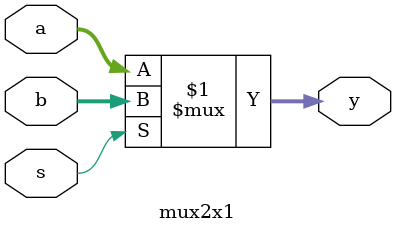
<source format=sv>
module mux2x1 (
	input  logic [31:0] a,
	input  logic [31:0] b,
	input  logic        s,
	
	output logic [31:0] y
);
	
	assign y = s ? b:a;

endmodule: mux2x1
</source>
